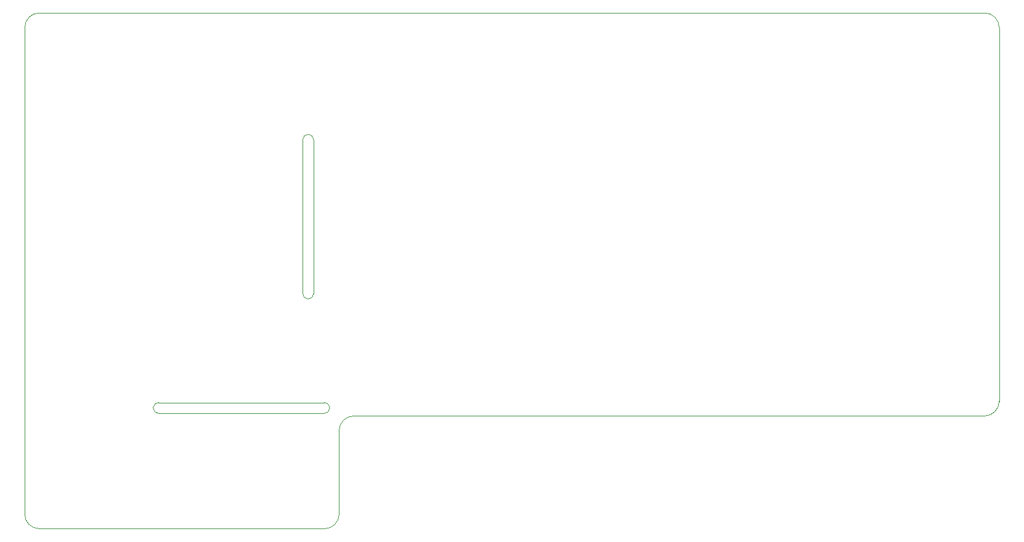
<source format=gm1>
%TF.GenerationSoftware,KiCad,Pcbnew,(6.0.5)*%
%TF.CreationDate,2022-06-14T16:38:24+01:00*%
%TF.ProjectId,precharge,70726563-6861-4726-9765-2e6b69636164,rev?*%
%TF.SameCoordinates,Original*%
%TF.FileFunction,Profile,NP*%
%FSLAX46Y46*%
G04 Gerber Fmt 4.6, Leading zero omitted, Abs format (unit mm)*
G04 Created by KiCad (PCBNEW (6.0.5)) date 2022-06-14 16:38:24*
%MOMM*%
%LPD*%
G01*
G04 APERTURE LIST*
%TA.AperFunction,Profile*%
%ADD10C,0.100000*%
%TD*%
G04 APERTURE END LIST*
D10*
X254000000Y-129800000D02*
X254000000Y-78400000D01*
X122114214Y-76399950D02*
G75*
G03*
X120100000Y-78400000I-14J-2014250D01*
G01*
X254000000Y-78400000D02*
G75*
G03*
X252000000Y-76400000I-2000000J0D01*
G01*
X122100000Y-147300000D02*
X161300000Y-147300000D01*
X161269670Y-131450000D02*
X138500000Y-131450000D01*
X163300000Y-133800000D02*
X163300000Y-145300000D01*
X158300000Y-114975000D02*
X158300000Y-93825000D01*
X138500000Y-129950000D02*
G75*
G03*
X137750000Y-130700000I0J-750000D01*
G01*
X162019700Y-130700000D02*
G75*
G03*
X161269670Y-129950000I-750000J0D01*
G01*
X252000000Y-76400000D02*
X122114214Y-76400000D01*
X159050000Y-115725000D02*
G75*
G03*
X159800000Y-114975000I0J750000D01*
G01*
X161269670Y-131449970D02*
G75*
G03*
X162019670Y-130700000I30J749970D01*
G01*
X159050000Y-93075000D02*
G75*
G03*
X158300000Y-93825000I0J-750000D01*
G01*
X137750000Y-130700000D02*
G75*
G03*
X138500000Y-131450000I750000J0D01*
G01*
X120100000Y-145300000D02*
G75*
G03*
X122100000Y-147300000I2000000J0D01*
G01*
X165300000Y-131800000D02*
G75*
G03*
X163300000Y-133800000I0J-2000000D01*
G01*
X158300000Y-114975000D02*
G75*
G03*
X159050000Y-115725000I750000J0D01*
G01*
X161269670Y-129950000D02*
X138500000Y-129950000D01*
X252000000Y-131800000D02*
G75*
G03*
X254000000Y-129800000I0J2000000D01*
G01*
X161300000Y-147300000D02*
G75*
G03*
X163300000Y-145300000I0J2000000D01*
G01*
X159800000Y-93825000D02*
G75*
G03*
X159050000Y-93075000I-750000J0D01*
G01*
X165300000Y-131800000D02*
X252000000Y-131800000D01*
X120100000Y-78400000D02*
X120100000Y-145300000D01*
X159800000Y-114975000D02*
X159800000Y-93825000D01*
M02*

</source>
